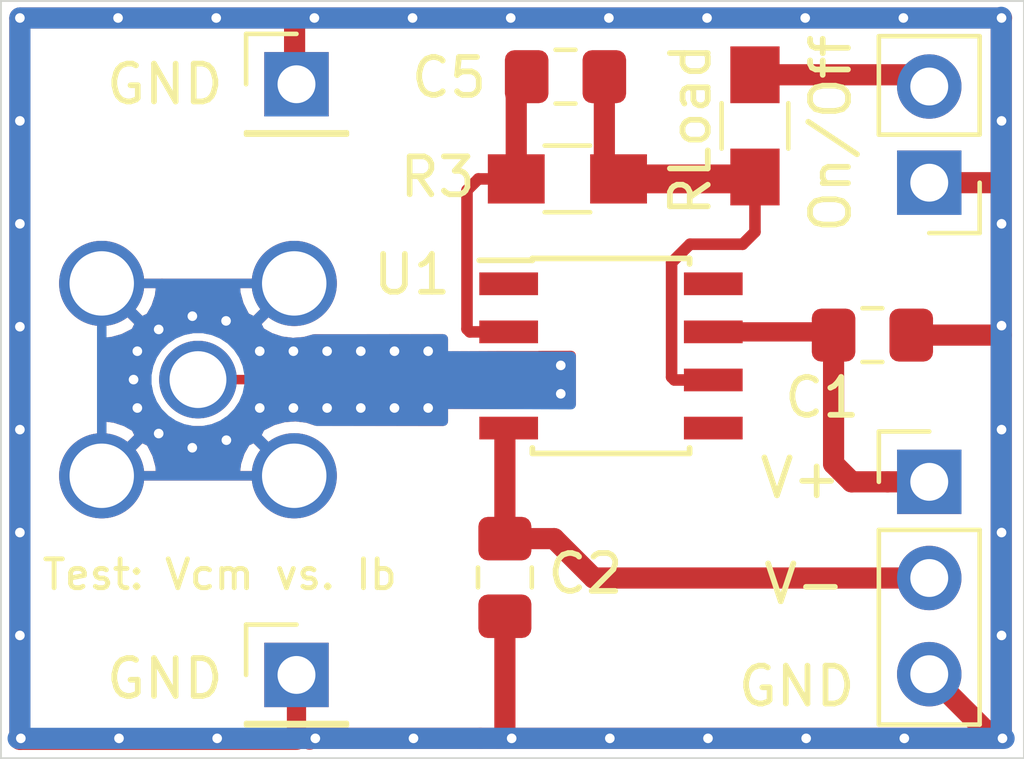
<source format=kicad_pcb>
(kicad_pcb (version 20171130) (host pcbnew 5.1.5-52549c5~86~ubuntu19.10.1)

  (general
    (thickness 1.6)
    (drawings 28)
    (tracks 122)
    (zones 0)
    (modules 11)
    (nets 11)
  )

  (page A4)
  (layers
    (0 F.Cu signal)
    (31 B.Cu signal)
    (32 B.Adhes user hide)
    (33 F.Adhes user hide)
    (34 B.Paste user hide)
    (35 F.Paste user hide)
    (36 B.SilkS user)
    (37 F.SilkS user)
    (38 B.Mask user)
    (39 F.Mask user)
    (40 Dwgs.User user hide)
    (41 Cmts.User user hide)
    (42 Eco1.User user hide)
    (43 Eco2.User user hide)
    (44 Edge.Cuts user)
    (45 Margin user)
    (46 B.CrtYd user hide)
    (47 F.CrtYd user hide)
    (48 B.Fab user hide)
    (49 F.Fab user hide)
  )

  (setup
    (last_trace_width 0.25)
    (trace_clearance 0.2)
    (zone_clearance 0.2032)
    (zone_45_only no)
    (trace_min 0.2)
    (via_size 0.8)
    (via_drill 0.4)
    (via_min_size 0.4)
    (via_min_drill 0.3)
    (uvia_size 0.3)
    (uvia_drill 0.1)
    (uvias_allowed no)
    (uvia_min_size 0.2)
    (uvia_min_drill 0.1)
    (edge_width 0.05)
    (segment_width 0.2)
    (pcb_text_width 0.3)
    (pcb_text_size 1.5 1.5)
    (mod_edge_width 0.12)
    (mod_text_size 1 1)
    (mod_text_width 0.15)
    (pad_size 1.524 1.524)
    (pad_drill 0.762)
    (pad_to_mask_clearance 0.051)
    (solder_mask_min_width 0.25)
    (aux_axis_origin 0 0)
    (grid_origin 129.95 104.65)
    (visible_elements FFFFFF7F)
    (pcbplotparams
      (layerselection 0x010fc_ffffffff)
      (usegerberextensions false)
      (usegerberattributes false)
      (usegerberadvancedattributes false)
      (creategerberjobfile false)
      (excludeedgelayer true)
      (linewidth 0.100000)
      (plotframeref false)
      (viasonmask false)
      (mode 1)
      (useauxorigin false)
      (hpglpennumber 1)
      (hpglpenspeed 20)
      (hpglpendiameter 15.000000)
      (psnegative false)
      (psa4output false)
      (plotreference true)
      (plotvalue true)
      (plotinvisibletext false)
      (padsonsilk false)
      (subtractmaskfromsilk false)
      (outputformat 1)
      (mirror false)
      (drillshape 1)
      (scaleselection 1)
      (outputdirectory ""))
  )

  (net 0 "")
  (net 1 VDD)
  (net 2 GND)
  (net 3 "Net-(J1-Pad1)")
  (net 4 VSS)
  (net 5 "Net-(C5-Pad2)")
  (net 6 "Net-(C5-Pad1)")
  (net 7 "Net-(J4-Pad2)")
  (net 8 "Net-(U1-Pad1)")
  (net 9 "Net-(U1-Pad8)")
  (net 10 Guard)

  (net_class Default "This is the default net class."
    (clearance 0.2)
    (trace_width 0.25)
    (via_dia 0.8)
    (via_drill 0.4)
    (uvia_dia 0.3)
    (uvia_drill 0.1)
    (add_net GND)
    (add_net Guard)
    (add_net "Net-(C5-Pad1)")
    (add_net "Net-(C5-Pad2)")
    (add_net "Net-(J1-Pad1)")
    (add_net "Net-(J4-Pad2)")
    (add_net "Net-(U1-Pad1)")
    (add_net "Net-(U1-Pad8)")
    (add_net VDD)
    (add_net VSS)
  )

  (module op-amp-smu-test:SMA_Amphenol_901-144_Vertical (layer F.Cu) (tedit 5E878847) (tstamp 5E880801)
    (at 135.15 114.65)
    (descr https://www.amphenolrf.com/downloads/dl/file/id/7023/product/3103/901_144_customer_drawing.pdf)
    (tags "SMA THT Female Jack Vertical")
    (path /5E88B830)
    (fp_text reference J1 (at -0.03 -4.87) (layer F.SilkS) hide
      (effects (font (size 1 1) (thickness 0.15)))
    )
    (fp_text value Conn_Coaxial (at 0 5) (layer F.Fab)
      (effects (font (size 1 1) (thickness 0.15)))
    )
    (fp_circle (center 0 0) (end 3.175 0) (layer F.Fab) (width 0.1))
    (fp_line (start 4.17 4.17) (end -4.17 4.17) (layer F.CrtYd) (width 0.05))
    (fp_line (start 4.17 4.17) (end 4.17 -4.17) (layer F.CrtYd) (width 0.05))
    (fp_line (start -4.17 -4.17) (end -4.17 4.17) (layer F.CrtYd) (width 0.05))
    (fp_line (start -4.17 -4.17) (end 4.17 -4.17) (layer F.CrtYd) (width 0.05))
    (fp_line (start -3.175 -3.175) (end 3.175 -3.175) (layer F.Fab) (width 0.1))
    (fp_line (start -3.175 -3.175) (end -3.175 3.175) (layer F.Fab) (width 0.1))
    (fp_line (start -3.175 3.175) (end 3.175 3.175) (layer F.Fab) (width 0.1))
    (fp_line (start 3.175 -3.175) (end 3.175 3.175) (layer F.Fab) (width 0.1))
    (fp_text user %R (at 0 0) (layer F.Fab)
      (effects (font (size 1 1) (thickness 0.15)))
    )
    (pad 1 thru_hole circle (at 0 0) (size 2.05 2.05) (drill 1.5) (layers *.Cu *.Mask)
      (net 3 "Net-(J1-Pad1)"))
    (pad 2 thru_hole circle (at 2.54 2.54) (size 2.25 2.25) (drill 1.7) (layers *.Cu *.Mask)
      (net 10 Guard))
    (pad 2 thru_hole circle (at 2.54 -2.54) (size 2.25 2.25) (drill 1.7) (layers *.Cu *.Mask)
      (net 10 Guard))
    (pad 2 thru_hole circle (at -2.54 -2.54) (size 2.25 2.25) (drill 1.7) (layers *.Cu *.Mask)
      (net 10 Guard))
    (pad 2 thru_hole circle (at -2.54 2.54) (size 2.25 2.25) (drill 1.7) (layers *.Cu *.Mask)
      (net 10 Guard))
    (model ${KISYS3DMOD}/Connector_Coaxial.3dshapes/SMA_Amphenol_901-144_Vertical.wrl
      (at (xyz 0 0 0))
      (scale (xyz 1 1 1))
      (rotate (xyz 0 0 0))
    )
  )

  (module op-amp-smu-test:PinHeader_1x01_P2.54mm_Vertical (layer F.Cu) (tedit 59FED5CC) (tstamp 5E87D9D7)
    (at 137.75 106.85)
    (descr "Through hole straight pin header, 1x01, 2.54mm pitch, single row")
    (tags "Through hole pin header THT 1x01 2.54mm single row")
    (path /5E8A233C)
    (fp_text reference J5 (at -2.9 -1.25) (layer F.SilkS) hide
      (effects (font (size 1 1) (thickness 0.15)))
    )
    (fp_text value Conn_01x01_Male (at 0 2.33) (layer F.Fab)
      (effects (font (size 1 1) (thickness 0.15)))
    )
    (fp_text user %R (at 0 0 90) (layer F.Fab)
      (effects (font (size 1 1) (thickness 0.15)))
    )
    (fp_line (start 1.8 -1.8) (end -1.8 -1.8) (layer F.CrtYd) (width 0.05))
    (fp_line (start 1.8 1.8) (end 1.8 -1.8) (layer F.CrtYd) (width 0.05))
    (fp_line (start -1.8 1.8) (end 1.8 1.8) (layer F.CrtYd) (width 0.05))
    (fp_line (start -1.8 -1.8) (end -1.8 1.8) (layer F.CrtYd) (width 0.05))
    (fp_line (start -1.33 -1.33) (end 0 -1.33) (layer F.SilkS) (width 0.12))
    (fp_line (start -1.33 0) (end -1.33 -1.33) (layer F.SilkS) (width 0.12))
    (fp_line (start -1.33 1.27) (end 1.33 1.27) (layer F.SilkS) (width 0.12))
    (fp_line (start 1.33 1.27) (end 1.33 1.33) (layer F.SilkS) (width 0.12))
    (fp_line (start -1.33 1.27) (end -1.33 1.33) (layer F.SilkS) (width 0.12))
    (fp_line (start -1.33 1.33) (end 1.33 1.33) (layer F.SilkS) (width 0.12))
    (fp_line (start -1.27 -0.635) (end -0.635 -1.27) (layer F.Fab) (width 0.1))
    (fp_line (start -1.27 1.27) (end -1.27 -0.635) (layer F.Fab) (width 0.1))
    (fp_line (start 1.27 1.27) (end -1.27 1.27) (layer F.Fab) (width 0.1))
    (fp_line (start 1.27 -1.27) (end 1.27 1.27) (layer F.Fab) (width 0.1))
    (fp_line (start -0.635 -1.27) (end 1.27 -1.27) (layer F.Fab) (width 0.1))
    (pad 1 thru_hole rect (at 0 0) (size 1.7 1.7) (drill 1) (layers *.Cu *.Mask)
      (net 2 GND))
  )

  (module op-amp-smu-test:PinHeader_1x01_P2.54mm_Vertical (layer F.Cu) (tedit 59FED5CC) (tstamp 5E87D5EC)
    (at 137.75 122.45)
    (descr "Through hole straight pin header, 1x01, 2.54mm pitch, single row")
    (tags "Through hole pin header THT 1x01 2.54mm single row")
    (path /5E89EEB6)
    (fp_text reference J3 (at -2.85 1.15) (layer F.SilkS) hide
      (effects (font (size 1 1) (thickness 0.15)))
    )
    (fp_text value Conn_01x01_Male (at 0 2.33) (layer F.Fab)
      (effects (font (size 1 1) (thickness 0.15)))
    )
    (fp_line (start -0.635 -1.27) (end 1.27 -1.27) (layer F.Fab) (width 0.1))
    (fp_line (start 1.27 -1.27) (end 1.27 1.27) (layer F.Fab) (width 0.1))
    (fp_line (start 1.27 1.27) (end -1.27 1.27) (layer F.Fab) (width 0.1))
    (fp_line (start -1.27 1.27) (end -1.27 -0.635) (layer F.Fab) (width 0.1))
    (fp_line (start -1.27 -0.635) (end -0.635 -1.27) (layer F.Fab) (width 0.1))
    (fp_line (start -1.33 1.33) (end 1.33 1.33) (layer F.SilkS) (width 0.12))
    (fp_line (start -1.33 1.27) (end -1.33 1.33) (layer F.SilkS) (width 0.12))
    (fp_line (start 1.33 1.27) (end 1.33 1.33) (layer F.SilkS) (width 0.12))
    (fp_line (start -1.33 1.27) (end 1.33 1.27) (layer F.SilkS) (width 0.12))
    (fp_line (start -1.33 0) (end -1.33 -1.33) (layer F.SilkS) (width 0.12))
    (fp_line (start -1.33 -1.33) (end 0 -1.33) (layer F.SilkS) (width 0.12))
    (fp_line (start -1.8 -1.8) (end -1.8 1.8) (layer F.CrtYd) (width 0.05))
    (fp_line (start -1.8 1.8) (end 1.8 1.8) (layer F.CrtYd) (width 0.05))
    (fp_line (start 1.8 1.8) (end 1.8 -1.8) (layer F.CrtYd) (width 0.05))
    (fp_line (start 1.8 -1.8) (end -1.8 -1.8) (layer F.CrtYd) (width 0.05))
    (fp_text user %R (at 0 0 90) (layer F.Fab)
      (effects (font (size 1 1) (thickness 0.15)))
    )
    (pad 1 thru_hole rect (at 0 0) (size 1.7 1.7) (drill 1) (layers *.Cu *.Mask)
      (net 2 GND))
  )

  (module op-amp-smu-test:R_0805_HandSoldering (layer F.Cu) (tedit 58E0A804) (tstamp 5E8436CB)
    (at 149.85 107.95 270)
    (descr "Resistor SMD 0805, hand soldering")
    (tags "resistor 0805")
    (path /5E8446DC)
    (attr smd)
    (fp_text reference R4 (at 0.1 -2 180) (layer F.SilkS) hide
      (effects (font (size 1 1) (thickness 0.15)))
    )
    (fp_text value 10M (at 0 1.75 90) (layer F.Fab)
      (effects (font (size 1 1) (thickness 0.15)))
    )
    (fp_text user %R (at 0 0 90) (layer F.Fab)
      (effects (font (size 0.5 0.5) (thickness 0.075)))
    )
    (fp_line (start -1 0.62) (end -1 -0.62) (layer F.Fab) (width 0.1))
    (fp_line (start 1 0.62) (end -1 0.62) (layer F.Fab) (width 0.1))
    (fp_line (start 1 -0.62) (end 1 0.62) (layer F.Fab) (width 0.1))
    (fp_line (start -1 -0.62) (end 1 -0.62) (layer F.Fab) (width 0.1))
    (fp_line (start 0.6 0.88) (end -0.6 0.88) (layer F.SilkS) (width 0.12))
    (fp_line (start -0.6 -0.88) (end 0.6 -0.88) (layer F.SilkS) (width 0.12))
    (fp_line (start -2.35 -0.9) (end 2.35 -0.9) (layer F.CrtYd) (width 0.05))
    (fp_line (start -2.35 -0.9) (end -2.35 0.9) (layer F.CrtYd) (width 0.05))
    (fp_line (start 2.35 0.9) (end 2.35 -0.9) (layer F.CrtYd) (width 0.05))
    (fp_line (start 2.35 0.9) (end -2.35 0.9) (layer F.CrtYd) (width 0.05))
    (pad 1 smd rect (at -1.35 0 270) (size 1.5 1.3) (layers F.Cu F.Paste F.Mask)
      (net 7 "Net-(J4-Pad2)"))
    (pad 2 smd rect (at 1.35 0 270) (size 1.5 1.3) (layers F.Cu F.Paste F.Mask)
      (net 6 "Net-(C5-Pad1)"))
    (model ${KISYS3DMOD}/Resistor_SMD.3dshapes/R_0805_2012Metric.wrl
      (at (xyz 0 0 0))
      (scale (xyz 1 1 1))
      (rotate (xyz 0 0 0))
    )
  )

  (module op-amp-smu-test:PinHeader_1x02_P2.54mm_Vertical (layer F.Cu) (tedit 59FED5CC) (tstamp 5E84360A)
    (at 154.45 109.45 180)
    (descr "Through hole straight pin header, 1x02, 2.54mm pitch, single row")
    (tags "Through hole pin header THT 1x02 2.54mm single row")
    (path /5E846BFF)
    (fp_text reference J4 (at 0 -2.33) (layer F.SilkS) hide
      (effects (font (size 1 1) (thickness 0.15)))
    )
    (fp_text value OPEN (at 0 4.87) (layer F.Fab)
      (effects (font (size 1 1) (thickness 0.15)))
    )
    (fp_line (start -0.635 -1.27) (end 1.27 -1.27) (layer F.Fab) (width 0.1))
    (fp_line (start 1.27 -1.27) (end 1.27 3.81) (layer F.Fab) (width 0.1))
    (fp_line (start 1.27 3.81) (end -1.27 3.81) (layer F.Fab) (width 0.1))
    (fp_line (start -1.27 3.81) (end -1.27 -0.635) (layer F.Fab) (width 0.1))
    (fp_line (start -1.27 -0.635) (end -0.635 -1.27) (layer F.Fab) (width 0.1))
    (fp_line (start -1.33 3.87) (end 1.33 3.87) (layer F.SilkS) (width 0.12))
    (fp_line (start -1.33 1.27) (end -1.33 3.87) (layer F.SilkS) (width 0.12))
    (fp_line (start 1.33 1.27) (end 1.33 3.87) (layer F.SilkS) (width 0.12))
    (fp_line (start -1.33 1.27) (end 1.33 1.27) (layer F.SilkS) (width 0.12))
    (fp_line (start -1.33 0) (end -1.33 -1.33) (layer F.SilkS) (width 0.12))
    (fp_line (start -1.33 -1.33) (end 0 -1.33) (layer F.SilkS) (width 0.12))
    (fp_line (start -1.8 -1.8) (end -1.8 4.35) (layer F.CrtYd) (width 0.05))
    (fp_line (start -1.8 4.35) (end 1.8 4.35) (layer F.CrtYd) (width 0.05))
    (fp_line (start 1.8 4.35) (end 1.8 -1.8) (layer F.CrtYd) (width 0.05))
    (fp_line (start 1.8 -1.8) (end -1.8 -1.8) (layer F.CrtYd) (width 0.05))
    (fp_text user %R (at 0 1.27 90) (layer F.Fab)
      (effects (font (size 1 1) (thickness 0.15)))
    )
    (pad 1 thru_hole rect (at 0 0 180) (size 1.7 1.7) (drill 1) (layers *.Cu *.Mask)
      (net 2 GND))
    (pad 2 thru_hole oval (at 0 2.54 180) (size 1.7 1.7) (drill 1) (layers *.Cu *.Mask)
      (net 7 "Net-(J4-Pad2)"))
  )

  (module op-amp-smu-test:R_0805_HandSoldering (layer F.Cu) (tedit 58E0A804) (tstamp 5E67FC8E)
    (at 144.9 109.35 180)
    (descr "Resistor SMD 0805, hand soldering")
    (tags "resistor 0805")
    (path /5E6A5B5D)
    (attr smd)
    (fp_text reference R3 (at 3.425 0.05) (layer F.SilkS)
      (effects (font (size 1 1) (thickness 0.15)))
    )
    (fp_text value 1K (at 0 1.75) (layer F.Fab)
      (effects (font (size 1 1) (thickness 0.15)))
    )
    (fp_line (start 2.35 0.9) (end -2.35 0.9) (layer F.CrtYd) (width 0.05))
    (fp_line (start 2.35 0.9) (end 2.35 -0.9) (layer F.CrtYd) (width 0.05))
    (fp_line (start -2.35 -0.9) (end -2.35 0.9) (layer F.CrtYd) (width 0.05))
    (fp_line (start -2.35 -0.9) (end 2.35 -0.9) (layer F.CrtYd) (width 0.05))
    (fp_line (start -0.6 -0.88) (end 0.6 -0.88) (layer F.SilkS) (width 0.12))
    (fp_line (start 0.6 0.88) (end -0.6 0.88) (layer F.SilkS) (width 0.12))
    (fp_line (start -1 -0.62) (end 1 -0.62) (layer F.Fab) (width 0.1))
    (fp_line (start 1 -0.62) (end 1 0.62) (layer F.Fab) (width 0.1))
    (fp_line (start 1 0.62) (end -1 0.62) (layer F.Fab) (width 0.1))
    (fp_line (start -1 0.62) (end -1 -0.62) (layer F.Fab) (width 0.1))
    (fp_text user %R (at 0 0) (layer F.Fab)
      (effects (font (size 0.5 0.5) (thickness 0.075)))
    )
    (pad 2 smd rect (at 1.35 0 180) (size 1.5 1.3) (layers F.Cu F.Paste F.Mask)
      (net 5 "Net-(C5-Pad2)"))
    (pad 1 smd rect (at -1.35 0 180) (size 1.5 1.3) (layers F.Cu F.Paste F.Mask)
      (net 6 "Net-(C5-Pad1)"))
    (model ${KISYS3DMOD}/Resistor_SMD.3dshapes/R_0805_2012Metric.wrl
      (at (xyz 0 0 0))
      (scale (xyz 1 1 1))
      (rotate (xyz 0 0 0))
    )
  )

  (module Resistor_SMD:R_0805_2012Metric_Pad1.15x1.40mm_HandSolder (layer F.Cu) (tedit 5B36C52B) (tstamp 5E67FB6F)
    (at 144.85 106.65 180)
    (descr "Resistor SMD 0805 (2012 Metric), square (rectangular) end terminal, IPC_7351 nominal with elongated pad for handsoldering. (Body size source: https://docs.google.com/spreadsheets/d/1BsfQQcO9C6DZCsRaXUlFlo91Tg2WpOkGARC1WS5S8t0/edit?usp=sharing), generated with kicad-footprint-generator")
    (tags "resistor handsolder")
    (path /5E6A654D)
    (attr smd)
    (fp_text reference C5 (at 3.075 -0.025) (layer F.SilkS)
      (effects (font (size 1 1) (thickness 0.15)))
    )
    (fp_text value 1u (at 0 1.65) (layer F.Fab)
      (effects (font (size 1 1) (thickness 0.15)))
    )
    (fp_text user %R (at 0 0) (layer F.Fab)
      (effects (font (size 0.5 0.5) (thickness 0.08)))
    )
    (fp_line (start 1.85 0.95) (end -1.85 0.95) (layer F.CrtYd) (width 0.05))
    (fp_line (start 1.85 -0.95) (end 1.85 0.95) (layer F.CrtYd) (width 0.05))
    (fp_line (start -1.85 -0.95) (end 1.85 -0.95) (layer F.CrtYd) (width 0.05))
    (fp_line (start -1.85 0.95) (end -1.85 -0.95) (layer F.CrtYd) (width 0.05))
    (fp_line (start -0.261252 0.71) (end 0.261252 0.71) (layer F.SilkS) (width 0.12))
    (fp_line (start -0.261252 -0.71) (end 0.261252 -0.71) (layer F.SilkS) (width 0.12))
    (fp_line (start 1 0.6) (end -1 0.6) (layer F.Fab) (width 0.1))
    (fp_line (start 1 -0.6) (end 1 0.6) (layer F.Fab) (width 0.1))
    (fp_line (start -1 -0.6) (end 1 -0.6) (layer F.Fab) (width 0.1))
    (fp_line (start -1 0.6) (end -1 -0.6) (layer F.Fab) (width 0.1))
    (pad 2 smd roundrect (at 1.025 0 180) (size 1.15 1.4) (layers F.Cu F.Paste F.Mask) (roundrect_rratio 0.217391)
      (net 5 "Net-(C5-Pad2)"))
    (pad 1 smd roundrect (at -1.025 0 180) (size 1.15 1.4) (layers F.Cu F.Paste F.Mask) (roundrect_rratio 0.217391)
      (net 6 "Net-(C5-Pad1)"))
    (model ${KISYS3DMOD}/Resistor_SMD.3dshapes/R_0805_2012Metric.wrl
      (at (xyz 0 0 0))
      (scale (xyz 1 1 1))
      (rotate (xyz 0 0 0))
    )
  )

  (module Resistor_SMD:R_0805_2012Metric_Pad1.15x1.40mm_HandSolder (layer F.Cu) (tedit 5B36C52B) (tstamp 5E668279)
    (at 143.25 119.875 270)
    (descr "Resistor SMD 0805 (2012 Metric), square (rectangular) end terminal, IPC_7351 nominal with elongated pad for handsoldering. (Body size source: https://docs.google.com/spreadsheets/d/1BsfQQcO9C6DZCsRaXUlFlo91Tg2WpOkGARC1WS5S8t0/edit?usp=sharing), generated with kicad-footprint-generator")
    (tags "resistor handsolder")
    (path /5E66FB1E)
    (attr smd)
    (fp_text reference C2 (at -0.1 -2.125 180) (layer F.SilkS)
      (effects (font (size 1 1) (thickness 0.15)))
    )
    (fp_text value 1u (at 0 1.65 90) (layer F.Fab)
      (effects (font (size 1 1) (thickness 0.15)))
    )
    (fp_text user %R (at 0 0 90) (layer F.Fab)
      (effects (font (size 0.5 0.5) (thickness 0.08)))
    )
    (fp_line (start 1.85 0.95) (end -1.85 0.95) (layer F.CrtYd) (width 0.05))
    (fp_line (start 1.85 -0.95) (end 1.85 0.95) (layer F.CrtYd) (width 0.05))
    (fp_line (start -1.85 -0.95) (end 1.85 -0.95) (layer F.CrtYd) (width 0.05))
    (fp_line (start -1.85 0.95) (end -1.85 -0.95) (layer F.CrtYd) (width 0.05))
    (fp_line (start -0.261252 0.71) (end 0.261252 0.71) (layer F.SilkS) (width 0.12))
    (fp_line (start -0.261252 -0.71) (end 0.261252 -0.71) (layer F.SilkS) (width 0.12))
    (fp_line (start 1 0.6) (end -1 0.6) (layer F.Fab) (width 0.1))
    (fp_line (start 1 -0.6) (end 1 0.6) (layer F.Fab) (width 0.1))
    (fp_line (start -1 -0.6) (end 1 -0.6) (layer F.Fab) (width 0.1))
    (fp_line (start -1 0.6) (end -1 -0.6) (layer F.Fab) (width 0.1))
    (pad 2 smd roundrect (at 1.025 0 270) (size 1.15 1.4) (layers F.Cu F.Paste F.Mask) (roundrect_rratio 0.217391)
      (net 2 GND))
    (pad 1 smd roundrect (at -1.025 0 270) (size 1.15 1.4) (layers F.Cu F.Paste F.Mask) (roundrect_rratio 0.217391)
      (net 4 VSS))
    (model ${KISYS3DMOD}/Resistor_SMD.3dshapes/R_0805_2012Metric.wrl
      (at (xyz 0 0 0))
      (scale (xyz 1 1 1))
      (rotate (xyz 0 0 0))
    )
  )

  (module Resistor_SMD:R_0805_2012Metric_Pad1.15x1.40mm_HandSolder (layer F.Cu) (tedit 5B36C52B) (tstamp 5E887A0B)
    (at 152.95 113.475)
    (descr "Resistor SMD 0805 (2012 Metric), square (rectangular) end terminal, IPC_7351 nominal with elongated pad for handsoldering. (Body size source: https://docs.google.com/spreadsheets/d/1BsfQQcO9C6DZCsRaXUlFlo91Tg2WpOkGARC1WS5S8t0/edit?usp=sharing), generated with kicad-footprint-generator")
    (tags "resistor handsolder")
    (path /5E66A0BD)
    (attr smd)
    (fp_text reference C1 (at -1.325 1.65) (layer F.SilkS)
      (effects (font (size 1 1) (thickness 0.15)))
    )
    (fp_text value 1u (at 0 1.65) (layer F.Fab)
      (effects (font (size 1 1) (thickness 0.15)))
    )
    (fp_text user %R (at 0 0) (layer F.Fab)
      (effects (font (size 0.5 0.5) (thickness 0.08)))
    )
    (fp_line (start 1.85 0.95) (end -1.85 0.95) (layer F.CrtYd) (width 0.05))
    (fp_line (start 1.85 -0.95) (end 1.85 0.95) (layer F.CrtYd) (width 0.05))
    (fp_line (start -1.85 -0.95) (end 1.85 -0.95) (layer F.CrtYd) (width 0.05))
    (fp_line (start -1.85 0.95) (end -1.85 -0.95) (layer F.CrtYd) (width 0.05))
    (fp_line (start -0.261252 0.71) (end 0.261252 0.71) (layer F.SilkS) (width 0.12))
    (fp_line (start -0.261252 -0.71) (end 0.261252 -0.71) (layer F.SilkS) (width 0.12))
    (fp_line (start 1 0.6) (end -1 0.6) (layer F.Fab) (width 0.1))
    (fp_line (start 1 -0.6) (end 1 0.6) (layer F.Fab) (width 0.1))
    (fp_line (start -1 -0.6) (end 1 -0.6) (layer F.Fab) (width 0.1))
    (fp_line (start -1 0.6) (end -1 -0.6) (layer F.Fab) (width 0.1))
    (pad 2 smd roundrect (at 1.025 0) (size 1.15 1.4) (layers F.Cu F.Paste F.Mask) (roundrect_rratio 0.217391)
      (net 2 GND))
    (pad 1 smd roundrect (at -1.025 0) (size 1.15 1.4) (layers F.Cu F.Paste F.Mask) (roundrect_rratio 0.217391)
      (net 1 VDD))
    (model ${KISYS3DMOD}/Resistor_SMD.3dshapes/R_0805_2012Metric.wrl
      (at (xyz 0 0 0))
      (scale (xyz 1 1 1))
      (rotate (xyz 0 0 0))
    )
  )

  (module op-amp-smu-test:PinHeader_1x03_P2.54mm_Vertical (layer F.Cu) (tedit 59FED5CC) (tstamp 5E67D7D7)
    (at 154.45 117.35)
    (descr "Through hole straight pin header, 1x03, 2.54mm pitch, single row")
    (tags "Through hole pin header THT 1x03 2.54mm single row")
    (path /5E10691F)
    (fp_text reference J2 (at -2.25 -2.725) (layer F.SilkS) hide
      (effects (font (size 1 1) (thickness 0.15)))
    )
    (fp_text value Conn_01x03_Male (at 0 7.41) (layer F.Fab) hide
      (effects (font (size 1 1) (thickness 0.15)))
    )
    (fp_line (start -0.635 -1.27) (end 1.27 -1.27) (layer F.Fab) (width 0.1))
    (fp_line (start 1.27 -1.27) (end 1.27 6.35) (layer F.Fab) (width 0.1))
    (fp_line (start 1.27 6.35) (end -1.27 6.35) (layer F.Fab) (width 0.1))
    (fp_line (start -1.27 6.35) (end -1.27 -0.635) (layer F.Fab) (width 0.1))
    (fp_line (start -1.27 -0.635) (end -0.635 -1.27) (layer F.Fab) (width 0.1))
    (fp_line (start -1.33 6.41) (end 1.33 6.41) (layer F.SilkS) (width 0.12))
    (fp_line (start -1.33 1.27) (end -1.33 6.41) (layer F.SilkS) (width 0.12))
    (fp_line (start 1.33 1.27) (end 1.33 6.41) (layer F.SilkS) (width 0.12))
    (fp_line (start -1.33 1.27) (end 1.33 1.27) (layer F.SilkS) (width 0.12))
    (fp_line (start -1.33 0) (end -1.33 -1.33) (layer F.SilkS) (width 0.12))
    (fp_line (start -1.33 -1.33) (end 0 -1.33) (layer F.SilkS) (width 0.12))
    (fp_line (start -1.8 -1.8) (end -1.8 6.85) (layer F.CrtYd) (width 0.05))
    (fp_line (start -1.8 6.85) (end 1.8 6.85) (layer F.CrtYd) (width 0.05))
    (fp_line (start 1.8 6.85) (end 1.8 -1.8) (layer F.CrtYd) (width 0.05))
    (fp_line (start 1.8 -1.8) (end -1.8 -1.8) (layer F.CrtYd) (width 0.05))
    (fp_text user %R (at 0 2.54 90) (layer F.Fab)
      (effects (font (size 1 1) (thickness 0.15)))
    )
    (pad 1 thru_hole rect (at 0 0) (size 1.7 1.7) (drill 1) (layers *.Cu *.Mask)
      (net 1 VDD))
    (pad 2 thru_hole oval (at 0 2.54) (size 1.7 1.7) (drill 1) (layers *.Cu *.Mask)
      (net 4 VSS))
    (pad 3 thru_hole oval (at 0 5.08) (size 1.7 1.7) (drill 1) (layers *.Cu *.Mask)
      (net 2 GND))
  )

  (module op-amp-smu-test:SOIC-8_3.9x4.9mm_Pitch1.27mm (layer F.Cu) (tedit 58CD0CDA) (tstamp 5E887B55)
    (at 146.05 114.025)
    (descr "8-Lead Plastic Small Outline (SN) - Narrow, 3.90 mm Body [SOIC] (see Microchip Packaging Specification 00000049BS.pdf)")
    (tags "SOIC 1.27")
    (path /5E0CF985)
    (attr smd)
    (fp_text reference U1 (at -5.25 -2.15) (layer F.SilkS)
      (effects (font (size 1 1) (thickness 0.15)))
    )
    (fp_text value op-amp (at 0 3.5) (layer F.Fab)
      (effects (font (size 1 1) (thickness 0.15)))
    )
    (fp_text user %R (at 0 0) (layer F.Fab)
      (effects (font (size 1 1) (thickness 0.15)))
    )
    (fp_line (start -0.95 -2.45) (end 1.95 -2.45) (layer F.Fab) (width 0.1))
    (fp_line (start 1.95 -2.45) (end 1.95 2.45) (layer F.Fab) (width 0.1))
    (fp_line (start 1.95 2.45) (end -1.95 2.45) (layer F.Fab) (width 0.1))
    (fp_line (start -1.95 2.45) (end -1.95 -1.45) (layer F.Fab) (width 0.1))
    (fp_line (start -1.95 -1.45) (end -0.95 -2.45) (layer F.Fab) (width 0.1))
    (fp_line (start -3.73 -2.7) (end -3.73 2.7) (layer F.CrtYd) (width 0.05))
    (fp_line (start 3.73 -2.7) (end 3.73 2.7) (layer F.CrtYd) (width 0.05))
    (fp_line (start -3.73 -2.7) (end 3.73 -2.7) (layer F.CrtYd) (width 0.05))
    (fp_line (start -3.73 2.7) (end 3.73 2.7) (layer F.CrtYd) (width 0.05))
    (fp_line (start -2.075 -2.575) (end -2.075 -2.525) (layer F.SilkS) (width 0.15))
    (fp_line (start 2.075 -2.575) (end 2.075 -2.43) (layer F.SilkS) (width 0.15))
    (fp_line (start 2.075 2.575) (end 2.075 2.43) (layer F.SilkS) (width 0.15))
    (fp_line (start -2.075 2.575) (end -2.075 2.43) (layer F.SilkS) (width 0.15))
    (fp_line (start -2.075 -2.575) (end 2.075 -2.575) (layer F.SilkS) (width 0.15))
    (fp_line (start -2.075 2.575) (end 2.075 2.575) (layer F.SilkS) (width 0.15))
    (fp_line (start -2.075 -2.525) (end -3.475 -2.525) (layer F.SilkS) (width 0.15))
    (pad 1 smd rect (at -2.7 -1.905) (size 1.55 0.6) (layers F.Cu F.Paste F.Mask)
      (net 8 "Net-(U1-Pad1)"))
    (pad 2 smd rect (at -2.7 -0.635) (size 1.55 0.6) (layers F.Cu F.Paste F.Mask)
      (net 5 "Net-(C5-Pad2)"))
    (pad 3 smd rect (at -2.7 0.635) (size 1.55 0.6) (layers F.Cu F.Paste F.Mask)
      (net 3 "Net-(J1-Pad1)"))
    (pad 4 smd rect (at -2.7 1.905) (size 1.55 0.6) (layers F.Cu F.Paste F.Mask)
      (net 4 VSS))
    (pad 5 smd rect (at 2.7 1.905) (size 1.55 0.6) (layers F.Cu F.Paste F.Mask))
    (pad 6 smd rect (at 2.7 0.635) (size 1.55 0.6) (layers F.Cu F.Paste F.Mask)
      (net 6 "Net-(C5-Pad1)"))
    (pad 7 smd rect (at 2.7 -0.635) (size 1.55 0.6) (layers F.Cu F.Paste F.Mask)
      (net 1 VDD))
    (pad 8 smd rect (at 2.7 -1.905) (size 1.55 0.6) (layers F.Cu F.Paste F.Mask)
      (net 9 "Net-(U1-Pad8)"))
  )

  (gr_line (start 130.45 105.075) (end 130.45 124.15) (layer B.Mask) (width 0.5588) (tstamp 5E887969))
  (gr_line (start 130.425 124.125) (end 156.3624 124.125) (layer B.Mask) (width 0.5588) (tstamp 5E887931))
  (gr_line (start 156.35 124.125) (end 156.35 105.075) (layer B.Mask) (width 0.5588) (tstamp 5E8878F6))
  (gr_line (start 156.35 105.075) (end 130.44454 105.075) (layer B.Mask) (width 0.5588) (tstamp 5E8878BD))
  (gr_line (start 130.45 105.075) (end 130.45 124.15) (layer F.Mask) (width 0.5588))
  (gr_line (start 156.35 105.075) (end 130.44454 105.075) (layer F.Mask) (width 0.5588))
  (gr_line (start 156.35 124.125) (end 156.35 105.075) (layer F.Mask) (width 0.5588) (tstamp 5E887664))
  (gr_line (start 130.425 124.125) (end 156.3624 124.125) (layer F.Mask) (width 0.5588))
  (gr_poly (pts (xy 141.975 113.1) (xy 139.275 113.1) (xy 139.275 113.725) (xy 141.975 113.725)) (layer B.Mask) (width 0.1) (tstamp 5E881C38))
  (gr_poly (pts (xy 141.975 115.6) (xy 139.275 115.6) (xy 139.275 116.225) (xy 141.975 116.225)) (layer B.Mask) (width 0.1) (tstamp 5E881C33))
  (gr_poly (pts (xy 141.975 116.225) (xy 139.275 116.225) (xy 139.275 115.6) (xy 141.975 115.6)) (layer F.Mask) (width 0.1) (tstamp 5E881BFD))
  (gr_poly (pts (xy 141.95 113.725) (xy 139.25 113.725) (xy 139.25 113.1) (xy 141.95 113.1)) (layer F.Mask) (width 0.1))
  (gr_poly (pts (xy 145.35 113.65) (xy 139.25 113.65) (xy 139.25 115.625) (xy 145.35 115.625)) (layer B.Mask) (width 0.1) (tstamp 5E881658))
  (gr_poly (pts (xy 145.35 115.625) (xy 139.25 115.625) (xy 139.25 113.65) (xy 145.35 113.65)) (layer F.Mask) (width 0.1))
  (gr_poly (pts (xy 139.3 110.5) (xy 131 110.5) (xy 131 118.775) (xy 139.3 118.775)) (layer B.Mask) (width 0.1) (tstamp 5E881329))
  (gr_poly (pts (xy 139.3 118.775) (xy 131 118.775) (xy 131 110.5) (xy 139.3 110.5)) (layer F.Mask) (width 0.1) (tstamp 5E8812C6))
  (gr_text On/Off (at 151.85 108.15 90) (layer F.SilkS) (tstamp 5E8801F8)
    (effects (font (size 1 1) (thickness 0.15)))
  )
  (gr_text RLoad (at 148.15 108.05 90) (layer F.SilkS) (tstamp 5E8800CE)
    (effects (font (size 1 1) (thickness 0.15)))
  )
  (gr_text GND (at 134.275 106.85) (layer F.SilkS) (tstamp 5E8800CC)
    (effects (font (size 1 1) (thickness 0.15)))
  )
  (gr_text GND (at 134.275 122.55) (layer F.SilkS) (tstamp 5E8800CA)
    (effects (font (size 1 1) (thickness 0.15)))
  )
  (gr_text V- (at 151.15 120.05) (layer F.SilkS) (tstamp 5E0D2A2C)
    (effects (font (size 1 1) (thickness 0.15)))
  )
  (gr_text V+ (at 151.05 117.25) (layer F.SilkS)
    (effects (font (size 1 1) (thickness 0.15)))
  )
  (gr_text GND (at 150.95 122.75) (layer F.SilkS) (tstamp 5E0D1D62)
    (effects (font (size 1 1) (thickness 0.15)))
  )
  (gr_text "Test: Vcm vs. Ib" (at 135.725 119.8) (layer F.SilkS)
    (effects (font (size 0.762 0.762) (thickness 0.127)))
  )
  (gr_line (start 129.95 104.65) (end 156.95 104.65) (layer Edge.Cuts) (width 0.05))
  (gr_line (start 129.95 124.65) (end 129.95 104.65) (layer Edge.Cuts) (width 0.05) (tstamp 5E87FBEC))
  (gr_line (start 156.95 124.65) (end 129.95 124.65) (layer Edge.Cuts) (width 0.05))
  (gr_line (start 156.95 104.65) (end 156.95 124.65) (layer Edge.Cuts) (width 0.05) (tstamp 5E67D75F))

  (segment (start 151.84 113.39) (end 151.925 113.475) (width 0.25) (layer F.Cu) (net 1))
  (segment (start 148.75 113.39) (end 151.84 113.39) (width 0.508) (layer F.Cu) (net 1))
  (segment (start 153.35 117.35) (end 154.45 117.35) (width 0.5588) (layer F.Cu) (net 1))
  (segment (start 152.4 117.35) (end 153.35 117.35) (width 0.5588) (layer F.Cu) (net 1))
  (segment (start 151.925 113.475) (end 151.925 116.875) (width 0.5588) (layer F.Cu) (net 1))
  (segment (start 151.925 116.875) (end 152.4 117.35) (width 0.5588) (layer F.Cu) (net 1))
  (segment (start 154.43 122.45) (end 154.45 122.43) (width 0.25) (layer F.Cu) (net 2))
  (segment (start 137.75 122.45) (end 137.75 124.15) (width 0.508) (layer F.Cu) (net 2))
  (segment (start 138.075 124.15) (end 138.09599 124.17099) (width 0.508) (layer F.Cu) (net 2))
  (segment (start 130.45 124.15) (end 137.75 124.15) (width 0.5588) (layer F.Cu) (net 2))
  (segment (start 130.45 105.12901) (end 130.45 124.15) (width 0.5588) (layer F.Cu) (net 2))
  (segment (start 137.75 124.15) (end 138.075 124.15) (width 0.508) (layer F.Cu) (net 2))
  (segment (start 156.35 105.08302) (end 156.35 124.125) (width 0.5588) (layer B.Cu) (net 2) (tstamp 5E8824D0))
  (segment (start 130.45 124.12099) (end 130.45 105.1) (width 0.5588) (layer B.Cu) (net 2) (tstamp 5E8824D1))
  (segment (start 156.425 124.125) (end 130.40401 124.125) (width 0.5588) (layer B.Cu) (net 2) (tstamp 5E8824D3))
  (via (at 130.475 124.125) (size 0.508) (drill 0.254) (layers F.Cu B.Cu) (net 2) (tstamp 5E8825D0))
  (via (at 133.0658 124.125) (size 0.508) (drill 0.254) (layers F.Cu B.Cu) (net 2) (tstamp 5E8827AE))
  (via (at 135.6566 124.125) (size 0.508) (drill 0.254) (layers F.Cu B.Cu) (net 2) (tstamp 5E8827B0))
  (via (at 138.2474 124.125) (size 0.508) (drill 0.254) (layers F.Cu B.Cu) (net 2) (tstamp 5E8827B2))
  (via (at 140.8382 124.125) (size 0.508) (drill 0.254) (layers F.Cu B.Cu) (net 2) (tstamp 5E8827B4))
  (via (at 143.429 124.125) (size 0.508) (drill 0.254) (layers F.Cu B.Cu) (net 2) (tstamp 5E8827B6))
  (via (at 146.0198 124.125) (size 0.508) (drill 0.254) (layers F.Cu B.Cu) (net 2) (tstamp 5E8827B8))
  (via (at 148.6106 124.125) (size 0.508) (drill 0.254) (layers F.Cu B.Cu) (net 2) (tstamp 5E8827BA))
  (via (at 151.2014 124.125) (size 0.508) (drill 0.254) (layers F.Cu B.Cu) (net 2) (tstamp 5E8827BC))
  (via (at 153.7922 124.125) (size 0.508) (drill 0.254) (layers F.Cu B.Cu) (net 2) (tstamp 5E8827BE))
  (via (at 156.383 124.125) (size 0.508) (drill 0.254) (layers F.Cu B.Cu) (net 2) (tstamp 5E8827C0))
  (via (at 133.0408 105.1) (size 0.508) (drill 0.254) (layers F.Cu B.Cu) (net 2) (tstamp 5E882817))
  (via (at 153.7672 105.1) (size 0.508) (drill 0.254) (layers F.Cu B.Cu) (net 2) (tstamp 5E882818))
  (via (at 151.1764 105.1) (size 0.508) (drill 0.254) (layers F.Cu B.Cu) (net 2) (tstamp 5E882819))
  (via (at 156.358 105.1) (size 0.508) (drill 0.254) (layers F.Cu B.Cu) (net 2) (tstamp 5E88281A))
  (via (at 138.2224 105.1) (size 0.508) (drill 0.254) (layers F.Cu B.Cu) (net 2) (tstamp 5E88281B))
  (via (at 145.9948 105.1) (size 0.508) (drill 0.254) (layers F.Cu B.Cu) (net 2) (tstamp 5E88281C))
  (via (at 135.6316 105.1) (size 0.508) (drill 0.254) (layers F.Cu B.Cu) (net 2) (tstamp 5E88281D))
  (via (at 140.8132 105.1) (size 0.508) (drill 0.254) (layers F.Cu B.Cu) (net 2) (tstamp 5E88281E))
  (via (at 143.404 105.1) (size 0.508) (drill 0.254) (layers F.Cu B.Cu) (net 2) (tstamp 5E88281F))
  (via (at 130.45 105.1) (size 0.508) (drill 0.254) (layers F.Cu B.Cu) (net 2) (tstamp 5E882820))
  (via (at 148.5856 105.1) (size 0.508) (drill 0.254) (layers F.Cu B.Cu) (net 2) (tstamp 5E882821))
  (via (at 130.45 107.8178) (size 0.508) (drill 0.254) (layers F.Cu B.Cu) (net 2) (tstamp 5E882955))
  (via (at 130.45 110.5356) (size 0.508) (drill 0.254) (layers F.Cu B.Cu) (net 2) (tstamp 5E882957))
  (via (at 130.45 113.2534) (size 0.508) (drill 0.254) (layers F.Cu B.Cu) (net 2) (tstamp 5E882959))
  (via (at 130.45 115.9712) (size 0.508) (drill 0.254) (layers F.Cu B.Cu) (net 2) (tstamp 5E88295B))
  (via (at 130.45 118.689) (size 0.508) (drill 0.254) (layers F.Cu B.Cu) (net 2) (tstamp 5E88295D))
  (via (at 130.45 121.4068) (size 0.508) (drill 0.254) (layers F.Cu B.Cu) (net 2) (tstamp 5E88295F))
  (via (at 156.358 107.8178) (size 0.508) (drill 0.254) (layers F.Cu B.Cu) (net 2) (tstamp 5E88299C))
  (via (at 156.358 110.5356) (size 0.508) (drill 0.254) (layers F.Cu B.Cu) (net 2) (tstamp 5E88299E))
  (via (at 156.358 115.9712) (size 0.508) (drill 0.254) (layers F.Cu B.Cu) (net 2) (tstamp 5E8829A2))
  (via (at 156.358 118.689) (size 0.508) (drill 0.254) (layers F.Cu B.Cu) (net 2) (tstamp 5E8829A4))
  (via (at 156.358 121.4068) (size 0.508) (drill 0.254) (layers F.Cu B.Cu) (net 2) (tstamp 5E8829A6))
  (segment (start 156.358 105.1) (end 130.45 105.1) (width 0.5588) (layer F.Cu) (net 2))
  (segment (start 137.7 105.15) (end 137.75 105.1) (width 0.25) (layer F.Cu) (net 2))
  (segment (start 137.7 106.85) (end 137.7 105.15) (width 0.5588) (layer F.Cu) (net 2))
  (segment (start 156.3 109.45) (end 154.45 109.45) (width 0.5588) (layer F.Cu) (net 2))
  (segment (start 156.35 109.5) (end 156.3 109.45) (width 0.25) (layer F.Cu) (net 2))
  (segment (start 156.145 124.125) (end 156.383 124.125) (width 0.25) (layer F.Cu) (net 2))
  (segment (start 154.45 122.43) (end 156.145 124.125) (width 0.5588) (layer F.Cu) (net 2))
  (segment (start 138.025 124.125) (end 142.6 124.125) (width 0.5588) (layer F.Cu) (net 2))
  (segment (start 156.337 105.1) (end 130.45 105.1) (width 0.5588) (layer B.Cu) (net 2) (tstamp 5E88772D))
  (segment (start 156.35 113.475) (end 153.975 113.475) (width 0.5588) (layer F.Cu) (net 2))
  (segment (start 156.35 113.475) (end 156.35 124.12099) (width 0.5588) (layer F.Cu) (net 2))
  (segment (start 156.35 105.1) (end 156.35 113.475) (width 0.5588) (layer F.Cu) (net 2))
  (segment (start 143.25 123.975) (end 143.25 120.9) (width 0.5588) (layer F.Cu) (net 2))
  (segment (start 143.1 124.125) (end 156.3624 124.125) (width 0.5588) (layer F.Cu) (net 2))
  (segment (start 143.1 124.125) (end 143.25 123.975) (width 0.5588) (layer F.Cu) (net 2))
  (segment (start 142.6 124.125) (end 143.1 124.125) (width 0.5588) (layer F.Cu) (net 2))
  (via (at 156.358 113.225) (size 0.508) (drill 0.254) (layers F.Cu B.Cu) (net 2) (tstamp 5E888B6F))
  (segment (start 142.765 114.65) (end 142.775 114.66) (width 0.25) (layer F.Cu) (net 3))
  (segment (start 135.15 114.65) (end 142.765 114.65) (width 0.25) (layer F.Cu) (net 3))
  (segment (start 143.25 116.03) (end 143.35 115.93) (width 0.25) (layer F.Cu) (net 4))
  (segment (start 143.25 118.85) (end 143.25 116.03) (width 0.5588) (layer F.Cu) (net 4))
  (segment (start 154.45 119.89) (end 145.59 119.89) (width 0.5588) (layer F.Cu) (net 4))
  (segment (start 145.59 119.89) (end 144.55 118.85) (width 0.5588) (layer F.Cu) (net 4))
  (segment (start 144.55 118.85) (end 143.25 118.85) (width 0.5588) (layer F.Cu) (net 4))
  (segment (start 143.55 106.925) (end 143.825 106.65) (width 0.5588) (layer F.Cu) (net 5))
  (segment (start 143.55 109.35) (end 143.55 106.925) (width 0.5588) (layer F.Cu) (net 5))
  (segment (start 142.55 109.35) (end 143.55 109.35) (width 0.3048) (layer F.Cu) (net 5))
  (segment (start 142.325 113.39) (end 142.249999 113.314999) (width 0.3048) (layer F.Cu) (net 5))
  (segment (start 143.35 113.39) (end 142.325 113.39) (width 0.3048) (layer F.Cu) (net 5))
  (segment (start 142.249999 113.314999) (end 142.249999 109.650001) (width 0.3048) (layer F.Cu) (net 5))
  (segment (start 142.249999 109.650001) (end 142.55 109.35) (width 0.3048) (layer F.Cu) (net 5))
  (segment (start 145.875 108.975) (end 146.25 109.35) (width 0.5588) (layer F.Cu) (net 6))
  (segment (start 145.875 106.65) (end 145.875 108.975) (width 0.5588) (layer F.Cu) (net 6))
  (segment (start 149.8 109.35) (end 149.85 109.3) (width 0.25) (layer F.Cu) (net 6))
  (segment (start 146.25 109.35) (end 149.8 109.35) (width 0.762) (layer F.Cu) (net 6))
  (segment (start 147.649999 111.559999) (end 148.134998 111.075) (width 0.3048) (layer F.Cu) (net 6))
  (segment (start 149.525 111.075) (end 149.85 110.75) (width 0.3048) (layer F.Cu) (net 6))
  (segment (start 149.85 110.75) (end 149.85 109.3) (width 0.3048) (layer F.Cu) (net 6))
  (segment (start 148.134998 111.075) (end 149.525 111.075) (width 0.3048) (layer F.Cu) (net 6))
  (segment (start 147.725 114.66) (end 147.649999 114.584999) (width 0.3048) (layer F.Cu) (net 6))
  (segment (start 148.75 114.66) (end 147.725 114.66) (width 0.3048) (layer F.Cu) (net 6))
  (segment (start 147.649999 114.584999) (end 147.649999 111.559999) (width 0.3048) (layer F.Cu) (net 6))
  (segment (start 154.14 106.6) (end 154.45 106.91) (width 0.5588) (layer F.Cu) (net 7))
  (segment (start 149.85 106.6) (end 154.14 106.6) (width 0.5588) (layer F.Cu) (net 7))
  (segment (start 132.61 117.19) (end 132.61 112.11) (width 0.25) (layer F.Cu) (net 10))
  (segment (start 134.20099 112.11) (end 137.69 112.11) (width 0.25) (layer F.Cu) (net 10))
  (segment (start 132.61 112.11) (end 134.20099 112.11) (width 0.25) (layer F.Cu) (net 10))
  (segment (start 137.69 117.19) (end 132.61 117.19) (width 0.25) (layer F.Cu) (net 10))
  (via (at 139.447 115.4) (size 0.508) (drill 0.254) (layers F.Cu B.Cu) (net 10) (tstamp 5E881B09))
  (via (at 144.725 115.025) (size 0.508) (drill 0.254) (layers F.Cu B.Cu) (net 10) (tstamp 5E881D24))
  (via (at 144.725 114.275) (size 0.508) (drill 0.254) (layers F.Cu B.Cu) (net 10) (tstamp 5E881E06))
  (via (at 139.447 113.9) (size 0.508) (drill 0.254) (layers F.Cu B.Cu) (net 10) (tstamp 5E881ECC))
  (via (at 140.336 113.9) (size 0.508) (drill 0.254) (layers F.Cu B.Cu) (net 10) (tstamp 5E881ED2))
  (via (at 140.336 115.4) (size 0.508) (drill 0.254) (layers F.Cu B.Cu) (net 10) (tstamp 5E881ED3))
  (via (at 141.225 115.4) (size 0.508) (drill 0.254) (layers F.Cu B.Cu) (net 10) (tstamp 5E881ED6))
  (via (at 141.225 113.9) (size 0.508) (drill 0.254) (layers F.Cu B.Cu) (net 10) (tstamp 5E881ED7))
  (via (at 136.78 113.9) (size 0.508) (drill 0.254) (layers F.Cu B.Cu) (net 10) (tstamp 5E881F20))
  (via (at 137.669 115.4) (size 0.508) (drill 0.254) (layers F.Cu B.Cu) (net 10) (tstamp 5E881F21))
  (via (at 138.558 115.4) (size 0.508) (drill 0.254) (layers F.Cu B.Cu) (net 10) (tstamp 5E881F22))
  (via (at 136.78 115.4) (size 0.508) (drill 0.254) (layers F.Cu B.Cu) (net 10) (tstamp 5E881F23))
  (via (at 137.669 113.9) (size 0.508) (drill 0.254) (layers F.Cu B.Cu) (net 10) (tstamp 5E881F24))
  (via (at 138.558 113.9) (size 0.508) (drill 0.254) (layers F.Cu B.Cu) (net 10) (tstamp 5E881F25))
  (via (at 135.891 113.1) (size 0.508) (drill 0.254) (layers F.Cu B.Cu) (net 10) (tstamp 5E8820F2))
  (via (at 135.002 112.975) (size 0.508) (drill 0.254) (layers F.Cu B.Cu) (net 10) (tstamp 5E88211C))
  (via (at 134.113 113.325) (size 0.508) (drill 0.254) (layers F.Cu B.Cu) (net 10) (tstamp 5E882185))
  (via (at 133.55 113.9) (size 0.508) (drill 0.254) (layers F.Cu B.Cu) (net 10) (tstamp 5E8821AF))
  (via (at 133.55 115.4) (size 0.508) (drill 0.254) (layers F.Cu B.Cu) (net 10) (tstamp 5E8821DA))
  (via (at 134.113 116.075) (size 0.508) (drill 0.254) (layers F.Cu B.Cu) (net 10) (tstamp 5E882217))
  (via (at 135 116.45) (size 0.508) (drill 0.254) (layers F.Cu B.Cu) (net 10) (tstamp 5E88222C))
  (via (at 135.9 116.25) (size 0.508) (drill 0.254) (layers F.Cu B.Cu) (net 10) (tstamp 5E882241))
  (via (at 133.45 114.65) (size 0.508) (drill 0.254) (layers F.Cu B.Cu) (net 10) (tstamp 5E88234B))
  (segment (start 137.69 112.11) (end 132.61 112.11) (width 0.25) (layer B.Cu) (net 10))
  (segment (start 132.61 112.11) (end 132.61 117.19) (width 0.25) (layer B.Cu) (net 10))
  (segment (start 132.61 117.19) (end 137.69 117.19) (width 0.25) (layer B.Cu) (net 10))

  (zone (net 10) (net_name Guard) (layer F.Cu) (tstamp 5E88776C) (hatch full 0.508)
    (priority 2)
    (connect_pads thru_hole_only (clearance 0.2032))
    (min_thickness 0.254)
    (fill yes (arc_segments 32) (thermal_gap 0.3048) (thermal_bridge_width 0.3048))
    (polygon
      (pts
        (xy 137.7 113) (xy 137.7 113.45) (xy 141.75 113.45) (xy 141.75 113.9) (xy 145.125 113.8875)
        (xy 145.125 115.425) (xy 141.75 115.425) (xy 141.75 115.875) (xy 137.7 115.86875) (xy 137.7 116.3125)
        (xy 137.7 117.2) (xy 132.6 117.2) (xy 132.6 112.1) (xy 137.7 112.1)
      )
    )
    (filled_polygon
      (pts
        (xy 133.657622 113.121701) (xy 133.890336 113.008822) (xy 134.041086 112.74177) (xy 134.13684 112.450439) (xy 134.164056 112.227)
        (xy 136.137602 112.227) (xy 136.149103 112.379771) (xy 136.231341 112.675202) (xy 136.369634 112.948911) (xy 136.409664 113.008822)
        (xy 136.642378 113.121701) (xy 137.537079 112.227) (xy 137.573 112.227) (xy 137.573 112.262921) (xy 136.678299 113.157622)
        (xy 136.791178 113.390336) (xy 137.05823 113.541086) (xy 137.349561 113.63684) (xy 137.653974 113.673919) (xy 137.959771 113.650897)
        (xy 138.225238 113.577) (xy 141.623 113.577) (xy 141.623 113.9) (xy 141.62544 113.924776) (xy 141.632667 113.948601)
        (xy 141.644403 113.970557) (xy 141.660197 113.989803) (xy 141.679443 114.005597) (xy 141.701399 114.017333) (xy 141.725224 114.02456)
        (xy 141.75047 114.026999) (xy 143.154997 114.021797) (xy 144.125 114.021797) (xy 144.162904 114.018064) (xy 144.998 114.014971)
        (xy 144.998 115.298) (xy 141.75 115.298) (xy 141.725224 115.30044) (xy 141.701399 115.307667) (xy 141.679443 115.319403)
        (xy 141.660197 115.335197) (xy 141.644403 115.354443) (xy 141.632667 115.376399) (xy 141.62544 115.400224) (xy 141.623 115.425)
        (xy 141.623 115.747804) (xy 138.272235 115.742633) (xy 138.030439 115.66316) (xy 137.726026 115.626081) (xy 137.420229 115.649103)
        (xy 137.124798 115.731341) (xy 136.851089 115.869634) (xy 136.791178 115.909664) (xy 136.678299 116.142378) (xy 137.573 117.037079)
        (xy 137.573 117.073) (xy 137.537079 117.073) (xy 136.642378 116.178299) (xy 136.409664 116.291178) (xy 136.258914 116.55823)
        (xy 136.16316 116.849561) (xy 136.135944 117.073) (xy 134.162398 117.073) (xy 134.150897 116.920229) (xy 134.068659 116.624798)
        (xy 133.930366 116.351089) (xy 133.890336 116.291178) (xy 133.657622 116.178299) (xy 132.762921 117.073) (xy 132.727 117.073)
        (xy 132.727 117.037079) (xy 133.621701 116.142378) (xy 133.508822 115.909664) (xy 133.24177 115.758914) (xy 132.950439 115.66316)
        (xy 132.727 115.635944) (xy 132.727 114.516524) (xy 133.7948 114.516524) (xy 133.7948 114.783476) (xy 133.84688 115.045297)
        (xy 133.949038 115.291928) (xy 134.097348 115.513889) (xy 134.286111 115.702652) (xy 134.508072 115.850962) (xy 134.754703 115.95312)
        (xy 135.016524 116.0052) (xy 135.283476 116.0052) (xy 135.545297 115.95312) (xy 135.791928 115.850962) (xy 136.013889 115.702652)
        (xy 136.202652 115.513889) (xy 136.350962 115.291928) (xy 136.428307 115.1052) (xy 142.278202 115.1052) (xy 142.299121 115.144337)
        (xy 142.340384 115.194616) (xy 142.390663 115.235879) (xy 142.448027 115.26654) (xy 142.51027 115.285422) (xy 142.575 115.291797)
        (xy 144.125 115.291797) (xy 144.18973 115.285422) (xy 144.251973 115.26654) (xy 144.309337 115.235879) (xy 144.359616 115.194616)
        (xy 144.400879 115.144337) (xy 144.43154 115.086973) (xy 144.450422 115.02473) (xy 144.456797 114.96) (xy 144.456797 114.36)
        (xy 144.450422 114.29527) (xy 144.43154 114.233027) (xy 144.400879 114.175663) (xy 144.359616 114.125384) (xy 144.309337 114.084121)
        (xy 144.251973 114.05346) (xy 144.18973 114.034578) (xy 144.125 114.028203) (xy 142.575 114.028203) (xy 142.51027 114.034578)
        (xy 142.448027 114.05346) (xy 142.390663 114.084121) (xy 142.340384 114.125384) (xy 142.299121 114.175663) (xy 142.288892 114.1948)
        (xy 136.428307 114.1948) (xy 136.350962 114.008072) (xy 136.202652 113.786111) (xy 136.013889 113.597348) (xy 135.791928 113.449038)
        (xy 135.545297 113.34688) (xy 135.283476 113.2948) (xy 135.016524 113.2948) (xy 134.754703 113.34688) (xy 134.508072 113.449038)
        (xy 134.286111 113.597348) (xy 134.097348 113.786111) (xy 133.949038 114.008072) (xy 133.84688 114.254703) (xy 133.7948 114.516524)
        (xy 132.727 114.516524) (xy 132.727 113.662398) (xy 132.879771 113.650897) (xy 133.175202 113.568659) (xy 133.448911 113.430366)
        (xy 133.508822 113.390336) (xy 133.621701 113.157622) (xy 132.727 112.262921) (xy 132.727 112.227) (xy 132.762921 112.227)
      )
    )
  )
  (zone (net 10) (net_name Guard) (layer B.Cu) (tstamp 5E887769) (hatch full 0.508)
    (priority 2)
    (connect_pads thru_hole_only (clearance 0.1524))
    (min_thickness 0.254)
    (fill yes (arc_segments 32) (thermal_gap 0.3048) (thermal_bridge_width 0.3048))
    (polygon
      (pts
        (xy 137.700019 116.32446) (xy 137.700019 115.87446) (xy 141.750019 115.87446) (xy 141.750019 115.42446) (xy 145.125 115.4375)
        (xy 145.125 113.9125) (xy 141.750019 113.89946) (xy 141.750019 113.44946) (xy 137.700019 113.45571) (xy 137.700019 113.01196)
        (xy 137.700019 112.12446) (xy 132.600019 112.12446) (xy 132.600019 117.22446) (xy 137.700019 117.22446)
      )
    )
    (filled_polygon
      (pts
        (xy 133.657622 113.121701) (xy 133.890336 113.008822) (xy 134.041086 112.74177) (xy 134.13684 112.450439) (xy 134.161077 112.25146)
        (xy 136.139443 112.25146) (xy 136.149103 112.379771) (xy 136.231341 112.675202) (xy 136.369634 112.948911) (xy 136.409664 113.008822)
        (xy 136.642378 113.121701) (xy 137.512619 112.25146) (xy 137.573019 112.25146) (xy 137.573019 112.262902) (xy 136.678299 113.157622)
        (xy 136.791178 113.390336) (xy 137.05823 113.541086) (xy 137.349561 113.63684) (xy 137.653974 113.673919) (xy 137.959771 113.650897)
        (xy 138.207538 113.581927) (xy 141.623019 113.576656) (xy 141.623019 113.89946) (xy 141.625459 113.924236) (xy 141.632686 113.948061)
        (xy 141.644422 113.970017) (xy 141.660216 113.989263) (xy 141.679462 114.005057) (xy 141.701418 114.016793) (xy 141.725243 114.02402)
        (xy 141.749528 114.026459) (xy 144.998 114.03901) (xy 144.998 115.310008) (xy 141.75051 115.297461) (xy 141.725724 115.299805)
        (xy 141.701872 115.30694) (xy 141.67987 115.318592) (xy 141.660564 115.334311) (xy 141.644696 115.353495) (xy 141.632875 115.375406)
        (xy 141.625556 115.399202) (xy 141.623019 115.42446) (xy 141.623019 115.74746) (xy 138.286921 115.74746) (xy 138.030439 115.66316)
        (xy 137.726026 115.626081) (xy 137.420229 115.649103) (xy 137.124798 115.731341) (xy 136.851089 115.869634) (xy 136.791178 115.909664)
        (xy 136.678299 116.142378) (xy 137.573019 117.037098) (xy 137.573019 117.09746) (xy 137.561539 117.09746) (xy 136.642378 116.178299)
        (xy 136.409664 116.291178) (xy 136.258914 116.55823) (xy 136.16316 116.849561) (xy 136.132965 117.09746) (xy 134.16424 117.09746)
        (xy 134.150897 116.920229) (xy 134.068659 116.624798) (xy 133.930366 116.351089) (xy 133.890336 116.291178) (xy 133.657622 116.178299)
        (xy 132.738461 117.09746) (xy 132.727019 117.09746) (xy 132.727019 117.03706) (xy 133.621701 116.142378) (xy 133.508822 115.909664)
        (xy 133.24177 115.758914) (xy 132.950439 115.66316) (xy 132.727019 115.635946) (xy 132.727019 114.51684) (xy 133.798 114.51684)
        (xy 133.798 114.78316) (xy 133.849956 115.044364) (xy 133.951873 115.290412) (xy 134.099833 115.51185) (xy 134.28815 115.700167)
        (xy 134.509588 115.848127) (xy 134.755636 115.950044) (xy 135.01684 116.002) (xy 135.28316 116.002) (xy 135.544364 115.950044)
        (xy 135.790412 115.848127) (xy 136.01185 115.700167) (xy 136.200167 115.51185) (xy 136.348127 115.290412) (xy 136.450044 115.044364)
        (xy 136.502 114.78316) (xy 136.502 114.51684) (xy 136.450044 114.255636) (xy 136.348127 114.009588) (xy 136.200167 113.78815)
        (xy 136.01185 113.599833) (xy 135.790412 113.451873) (xy 135.544364 113.349956) (xy 135.28316 113.298) (xy 135.01684 113.298)
        (xy 134.755636 113.349956) (xy 134.509588 113.451873) (xy 134.28815 113.599833) (xy 134.099833 113.78815) (xy 133.951873 114.009588)
        (xy 133.849956 114.255636) (xy 133.798 114.51684) (xy 132.727019 114.51684) (xy 132.727019 113.662397) (xy 132.879771 113.650897)
        (xy 133.175202 113.568659) (xy 133.448911 113.430366) (xy 133.508822 113.390336) (xy 133.621701 113.157622) (xy 132.727019 112.26294)
        (xy 132.727019 112.25146) (xy 132.787381 112.25146)
      )
    )
  )
)

</source>
